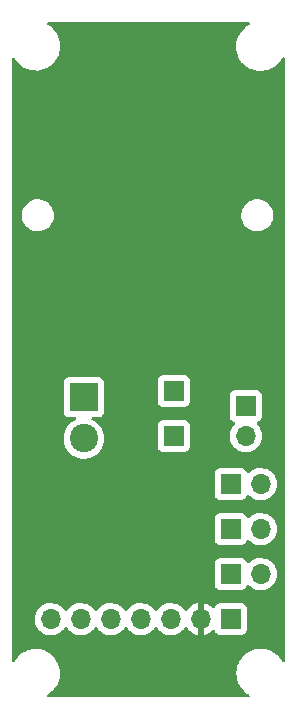
<source format=gbr>
%TF.GenerationSoftware,KiCad,Pcbnew,(6.0.7)*%
%TF.CreationDate,2022-11-28T20:00:57-08:00*%
%TF.ProjectId,max98357-amp,6d617839-3833-4353-972d-616d702e6b69,rev?*%
%TF.SameCoordinates,Original*%
%TF.FileFunction,Copper,L2,Bot*%
%TF.FilePolarity,Positive*%
%FSLAX46Y46*%
G04 Gerber Fmt 4.6, Leading zero omitted, Abs format (unit mm)*
G04 Created by KiCad (PCBNEW (6.0.7)) date 2022-11-28 20:00:57*
%MOMM*%
%LPD*%
G01*
G04 APERTURE LIST*
%TA.AperFunction,ComponentPad*%
%ADD10R,1.700000X1.700000*%
%TD*%
%TA.AperFunction,ComponentPad*%
%ADD11O,1.700000X1.700000*%
%TD*%
%TA.AperFunction,ComponentPad*%
%ADD12R,2.400000X2.400000*%
%TD*%
%TA.AperFunction,ComponentPad*%
%ADD13C,2.400000*%
%TD*%
%TA.AperFunction,ViaPad*%
%ADD14C,0.800000*%
%TD*%
G04 APERTURE END LIST*
D10*
%TO.P,J1,1,Pin_1*%
%TO.N,+3.3V*%
X146304000Y-119126000D03*
D11*
%TO.P,J1,2,Pin_2*%
%TO.N,GND*%
X143764000Y-119126000D03*
%TO.P,J1,3,Pin_3*%
%TO.N,/SD_MODE*%
X141224000Y-119126000D03*
%TO.P,J1,4,Pin_4*%
%TO.N,/GAIN*%
X138684000Y-119126000D03*
%TO.P,J1,5,Pin_5*%
%TO.N,/DIN*%
X136144000Y-119126000D03*
%TO.P,J1,6,Pin_6*%
%TO.N,/BCLK*%
X133604000Y-119126000D03*
%TO.P,J1,7,Pin_7*%
%TO.N,/LRCLK*%
X131064000Y-119126000D03*
%TD*%
D10*
%TO.P,J6,1,Pin_1*%
%TO.N,Net-(C4-Pad1)*%
X141478000Y-103632000D03*
%TD*%
%TO.P,J3,1,Pin_1*%
%TO.N,Net-(J3-Pad1)*%
X146304000Y-111506000D03*
D11*
%TO.P,J3,2,Pin_2*%
%TO.N,/SD_MODE*%
X148844000Y-111506000D03*
%TD*%
D12*
%TO.P,J7,1,Pin_1*%
%TO.N,Net-(C4-Pad1)*%
X133858000Y-100330000D03*
D13*
%TO.P,J7,2,Pin_2*%
%TO.N,Net-(C3-Pad1)*%
X133858000Y-103830000D03*
%TD*%
D10*
%TO.P,J5,1,Pin_1*%
%TO.N,Net-(C3-Pad1)*%
X141478000Y-99822000D03*
%TD*%
%TO.P,J2,1,Pin_1*%
%TO.N,+3.3V*%
X146304000Y-115316000D03*
D11*
%TO.P,J2,2,Pin_2*%
%TO.N,/SD_MODE*%
X148844000Y-115316000D03*
%TD*%
D10*
%TO.P,J8,1,Pin_1*%
%TO.N,Net-(J8-Pad1)*%
X147574000Y-101087000D03*
D11*
%TO.P,J8,2,Pin_2*%
%TO.N,Net-(C4-Pad1)*%
X147574000Y-103627000D03*
%TD*%
D10*
%TO.P,J4,1,Pin_1*%
%TO.N,Net-(J4-Pad1)*%
X146304000Y-107696000D03*
D11*
%TO.P,J4,2,Pin_2*%
%TO.N,/SD_MODE*%
X148844000Y-107696000D03*
%TD*%
D14*
%TO.N,GND*%
X129921000Y-115570000D03*
X133311000Y-113905000D03*
X139065000Y-111506000D03*
X136906000Y-111506000D03*
%TD*%
%TA.AperFunction,Conductor*%
%TO.N,GND*%
G36*
X147864392Y-68600502D02*
G01*
X147910885Y-68654158D01*
X147920989Y-68724432D01*
X147891495Y-68789012D01*
X147860978Y-68814615D01*
X147633423Y-68950803D01*
X147630080Y-68953481D01*
X147630076Y-68953484D01*
X147523223Y-69039091D01*
X147414353Y-69126312D01*
X147411406Y-69129418D01*
X147227047Y-69323692D01*
X147221128Y-69329929D01*
X147057325Y-69557885D01*
X146925975Y-69805962D01*
X146829508Y-70069571D01*
X146769709Y-70343832D01*
X146747685Y-70623672D01*
X146748092Y-70630736D01*
X146763844Y-70903912D01*
X146764669Y-70908119D01*
X146764670Y-70908124D01*
X146796232Y-71068992D01*
X146817886Y-71179365D01*
X146819273Y-71183416D01*
X146893315Y-71399675D01*
X146908811Y-71444936D01*
X146949001Y-71524845D01*
X147026513Y-71678960D01*
X147034937Y-71695710D01*
X147072925Y-71750983D01*
X147175742Y-71900583D01*
X147193930Y-71927047D01*
X147196817Y-71930220D01*
X147196818Y-71930221D01*
X147263426Y-72003422D01*
X147382848Y-72134665D01*
X147386137Y-72137415D01*
X147594903Y-72311971D01*
X147594908Y-72311975D01*
X147598195Y-72314723D01*
X147717091Y-72389306D01*
X147832347Y-72461606D01*
X147832351Y-72461608D01*
X147835987Y-72463889D01*
X147963905Y-72521647D01*
X148087910Y-72577638D01*
X148087914Y-72577640D01*
X148091822Y-72579404D01*
X148095942Y-72580624D01*
X148095941Y-72580624D01*
X148356855Y-72657910D01*
X148356859Y-72657911D01*
X148360968Y-72659128D01*
X148365202Y-72659776D01*
X148365207Y-72659777D01*
X148611955Y-72697535D01*
X148638443Y-72701588D01*
X148781358Y-72703833D01*
X148914823Y-72705930D01*
X148914829Y-72705930D01*
X148919114Y-72705997D01*
X149197786Y-72672274D01*
X149469303Y-72601043D01*
X149473263Y-72599403D01*
X149473268Y-72599401D01*
X149598971Y-72547333D01*
X149728640Y-72493622D01*
X149971000Y-72351998D01*
X150191896Y-72178793D01*
X150217542Y-72152329D01*
X150384260Y-71980289D01*
X150387243Y-71977211D01*
X150389776Y-71973763D01*
X150389780Y-71973758D01*
X150550886Y-71754438D01*
X150553424Y-71750983D01*
X150588280Y-71686786D01*
X150639036Y-71593306D01*
X150689119Y-71542984D01*
X150758457Y-71527728D01*
X150825036Y-71552381D01*
X150867718Y-71609115D01*
X150875767Y-71653428D01*
X150875518Y-120357181D01*
X150875506Y-122632967D01*
X150855504Y-122701087D01*
X150801848Y-122747580D01*
X150731574Y-122757683D01*
X150666993Y-122728190D01*
X150637540Y-122690756D01*
X150611047Y-122639427D01*
X150611047Y-122639426D01*
X150609082Y-122635620D01*
X150598807Y-122621000D01*
X150450139Y-122409467D01*
X150450134Y-122409461D01*
X150447675Y-122405962D01*
X150375758Y-122328570D01*
X150259514Y-122203476D01*
X150259511Y-122203473D01*
X150256593Y-122200333D01*
X150039372Y-122022540D01*
X149800032Y-121875872D01*
X149782482Y-121868168D01*
X149546929Y-121764767D01*
X149546926Y-121764766D01*
X149543001Y-121763043D01*
X149273035Y-121686141D01*
X149065232Y-121656567D01*
X148999382Y-121647195D01*
X148999380Y-121647195D01*
X148995130Y-121646590D01*
X148847218Y-121645815D01*
X148718715Y-121645142D01*
X148718708Y-121645142D01*
X148714429Y-121645120D01*
X148710185Y-121645679D01*
X148710181Y-121645679D01*
X148599732Y-121660220D01*
X148436125Y-121681759D01*
X148431985Y-121682892D01*
X148431983Y-121682892D01*
X148383828Y-121696066D01*
X148165369Y-121755830D01*
X148161421Y-121757514D01*
X147911123Y-121864275D01*
X147911119Y-121864277D01*
X147907171Y-121865961D01*
X147861631Y-121893216D01*
X147669989Y-122007910D01*
X147669985Y-122007913D01*
X147666307Y-122010114D01*
X147662964Y-122012792D01*
X147662960Y-122012795D01*
X147631949Y-122037640D01*
X147447237Y-122185623D01*
X147254012Y-122389240D01*
X147090209Y-122617196D01*
X146958859Y-122865273D01*
X146862392Y-123128882D01*
X146802593Y-123403143D01*
X146780569Y-123682983D01*
X146780976Y-123690047D01*
X146796728Y-123963223D01*
X146797553Y-123967430D01*
X146797554Y-123967435D01*
X146821224Y-124088079D01*
X146850770Y-124238676D01*
X146852157Y-124242727D01*
X146931369Y-124474086D01*
X146941695Y-124504247D01*
X147067821Y-124755021D01*
X147226814Y-124986358D01*
X147415732Y-125193976D01*
X147419021Y-125196726D01*
X147627787Y-125371282D01*
X147627792Y-125371286D01*
X147631079Y-125374034D01*
X147718019Y-125428571D01*
X147837235Y-125503355D01*
X147884313Y-125556498D01*
X147895185Y-125626657D01*
X147866401Y-125691557D01*
X147807099Y-125730592D01*
X147770279Y-125736092D01*
X130874188Y-125736092D01*
X130806067Y-125716090D01*
X130759574Y-125662434D01*
X130749470Y-125592160D01*
X130778964Y-125527580D01*
X130810617Y-125501304D01*
X130828925Y-125490605D01*
X130938784Y-125426409D01*
X131159680Y-125253204D01*
X131355027Y-125051622D01*
X131357560Y-125048174D01*
X131357564Y-125048169D01*
X131518670Y-124828849D01*
X131521208Y-124825394D01*
X131572732Y-124730499D01*
X131653099Y-124582482D01*
X131653100Y-124582480D01*
X131655149Y-124578706D01*
X131745620Y-124339281D01*
X131752853Y-124320140D01*
X131752854Y-124320136D01*
X131754371Y-124316122D01*
X131803141Y-124103179D01*
X131816080Y-124046685D01*
X131816081Y-124046681D01*
X131817038Y-124042501D01*
X131818718Y-124023683D01*
X131841771Y-123765374D01*
X131841771Y-123765372D01*
X131841991Y-123762908D01*
X131842331Y-123730521D01*
X131842418Y-123722176D01*
X131842418Y-123722175D01*
X131842444Y-123719692D01*
X131842016Y-123713408D01*
X131823644Y-123443914D01*
X131823643Y-123443908D01*
X131823352Y-123439637D01*
X131815795Y-123403143D01*
X131767297Y-123168961D01*
X131766428Y-123164764D01*
X131672727Y-122900160D01*
X131664934Y-122885060D01*
X131545947Y-122654527D01*
X131545947Y-122654526D01*
X131543982Y-122650720D01*
X131533703Y-122636094D01*
X131385039Y-122424567D01*
X131385034Y-122424561D01*
X131382575Y-122421062D01*
X131191493Y-122215433D01*
X130974272Y-122037640D01*
X130734932Y-121890972D01*
X130717382Y-121883268D01*
X130481829Y-121779867D01*
X130481826Y-121779866D01*
X130477901Y-121778143D01*
X130207935Y-121701241D01*
X130000132Y-121671667D01*
X129934282Y-121662295D01*
X129934280Y-121662295D01*
X129930030Y-121661690D01*
X129782118Y-121660915D01*
X129653615Y-121660242D01*
X129653608Y-121660242D01*
X129649329Y-121660220D01*
X129645085Y-121660779D01*
X129645081Y-121660779D01*
X129522996Y-121676852D01*
X129371025Y-121696859D01*
X129366885Y-121697992D01*
X129366883Y-121697992D01*
X129318728Y-121711166D01*
X129100269Y-121770930D01*
X129096321Y-121772614D01*
X128846023Y-121879375D01*
X128846019Y-121879377D01*
X128842071Y-121881061D01*
X128720500Y-121953819D01*
X128604889Y-122023010D01*
X128604885Y-122023013D01*
X128601207Y-122025214D01*
X128597864Y-122027892D01*
X128597860Y-122027895D01*
X128491007Y-122113502D01*
X128382137Y-122200723D01*
X128267713Y-122321301D01*
X128206192Y-122386131D01*
X128188912Y-122404340D01*
X128025109Y-122632296D01*
X128023098Y-122636093D01*
X128023098Y-122636094D01*
X127999859Y-122679985D01*
X127950306Y-122730828D01*
X127881131Y-122746809D01*
X127814298Y-122722855D01*
X127771025Y-122666570D01*
X127762505Y-122621024D01*
X127762506Y-122617196D01*
X127762524Y-119092695D01*
X129701251Y-119092695D01*
X129714110Y-119315715D01*
X129715247Y-119320761D01*
X129715248Y-119320767D01*
X129736275Y-119414069D01*
X129763222Y-119533639D01*
X129847266Y-119740616D01*
X129898942Y-119824944D01*
X129961291Y-119926688D01*
X129963987Y-119931088D01*
X130110250Y-120099938D01*
X130282126Y-120242632D01*
X130475000Y-120355338D01*
X130683692Y-120435030D01*
X130688760Y-120436061D01*
X130688763Y-120436062D01*
X130783862Y-120455410D01*
X130902597Y-120479567D01*
X130907772Y-120479757D01*
X130907774Y-120479757D01*
X131120673Y-120487564D01*
X131120677Y-120487564D01*
X131125837Y-120487753D01*
X131130957Y-120487097D01*
X131130959Y-120487097D01*
X131342288Y-120460025D01*
X131342289Y-120460025D01*
X131347416Y-120459368D01*
X131352366Y-120457883D01*
X131556429Y-120396661D01*
X131556434Y-120396659D01*
X131561384Y-120395174D01*
X131761994Y-120296896D01*
X131943860Y-120167173D01*
X132102096Y-120009489D01*
X132161594Y-119926689D01*
X132232453Y-119828077D01*
X132233776Y-119829028D01*
X132280645Y-119785857D01*
X132350580Y-119773625D01*
X132416026Y-119801144D01*
X132443875Y-119832994D01*
X132503987Y-119931088D01*
X132650250Y-120099938D01*
X132822126Y-120242632D01*
X133015000Y-120355338D01*
X133223692Y-120435030D01*
X133228760Y-120436061D01*
X133228763Y-120436062D01*
X133323862Y-120455410D01*
X133442597Y-120479567D01*
X133447772Y-120479757D01*
X133447774Y-120479757D01*
X133660673Y-120487564D01*
X133660677Y-120487564D01*
X133665837Y-120487753D01*
X133670957Y-120487097D01*
X133670959Y-120487097D01*
X133882288Y-120460025D01*
X133882289Y-120460025D01*
X133887416Y-120459368D01*
X133892366Y-120457883D01*
X134096429Y-120396661D01*
X134096434Y-120396659D01*
X134101384Y-120395174D01*
X134301994Y-120296896D01*
X134483860Y-120167173D01*
X134642096Y-120009489D01*
X134701594Y-119926689D01*
X134772453Y-119828077D01*
X134773776Y-119829028D01*
X134820645Y-119785857D01*
X134890580Y-119773625D01*
X134956026Y-119801144D01*
X134983875Y-119832994D01*
X135043987Y-119931088D01*
X135190250Y-120099938D01*
X135362126Y-120242632D01*
X135555000Y-120355338D01*
X135763692Y-120435030D01*
X135768760Y-120436061D01*
X135768763Y-120436062D01*
X135863862Y-120455410D01*
X135982597Y-120479567D01*
X135987772Y-120479757D01*
X135987774Y-120479757D01*
X136200673Y-120487564D01*
X136200677Y-120487564D01*
X136205837Y-120487753D01*
X136210957Y-120487097D01*
X136210959Y-120487097D01*
X136422288Y-120460025D01*
X136422289Y-120460025D01*
X136427416Y-120459368D01*
X136432366Y-120457883D01*
X136636429Y-120396661D01*
X136636434Y-120396659D01*
X136641384Y-120395174D01*
X136841994Y-120296896D01*
X137023860Y-120167173D01*
X137182096Y-120009489D01*
X137241594Y-119926689D01*
X137312453Y-119828077D01*
X137313776Y-119829028D01*
X137360645Y-119785857D01*
X137430580Y-119773625D01*
X137496026Y-119801144D01*
X137523875Y-119832994D01*
X137583987Y-119931088D01*
X137730250Y-120099938D01*
X137902126Y-120242632D01*
X138095000Y-120355338D01*
X138303692Y-120435030D01*
X138308760Y-120436061D01*
X138308763Y-120436062D01*
X138403862Y-120455410D01*
X138522597Y-120479567D01*
X138527772Y-120479757D01*
X138527774Y-120479757D01*
X138740673Y-120487564D01*
X138740677Y-120487564D01*
X138745837Y-120487753D01*
X138750957Y-120487097D01*
X138750959Y-120487097D01*
X138962288Y-120460025D01*
X138962289Y-120460025D01*
X138967416Y-120459368D01*
X138972366Y-120457883D01*
X139176429Y-120396661D01*
X139176434Y-120396659D01*
X139181384Y-120395174D01*
X139381994Y-120296896D01*
X139563860Y-120167173D01*
X139722096Y-120009489D01*
X139781594Y-119926689D01*
X139852453Y-119828077D01*
X139853776Y-119829028D01*
X139900645Y-119785857D01*
X139970580Y-119773625D01*
X140036026Y-119801144D01*
X140063875Y-119832994D01*
X140123987Y-119931088D01*
X140270250Y-120099938D01*
X140442126Y-120242632D01*
X140635000Y-120355338D01*
X140843692Y-120435030D01*
X140848760Y-120436061D01*
X140848763Y-120436062D01*
X140943862Y-120455410D01*
X141062597Y-120479567D01*
X141067772Y-120479757D01*
X141067774Y-120479757D01*
X141280673Y-120487564D01*
X141280677Y-120487564D01*
X141285837Y-120487753D01*
X141290957Y-120487097D01*
X141290959Y-120487097D01*
X141502288Y-120460025D01*
X141502289Y-120460025D01*
X141507416Y-120459368D01*
X141512366Y-120457883D01*
X141716429Y-120396661D01*
X141716434Y-120396659D01*
X141721384Y-120395174D01*
X141921994Y-120296896D01*
X142103860Y-120167173D01*
X142262096Y-120009489D01*
X142321594Y-119926689D01*
X142392453Y-119828077D01*
X142393640Y-119828930D01*
X142440960Y-119785362D01*
X142510897Y-119773145D01*
X142576338Y-119800678D01*
X142604166Y-119832511D01*
X142661694Y-119926388D01*
X142667777Y-119934699D01*
X142807213Y-120095667D01*
X142814580Y-120102883D01*
X142978434Y-120238916D01*
X142986881Y-120244831D01*
X143170756Y-120352279D01*
X143180042Y-120356729D01*
X143379001Y-120432703D01*
X143388899Y-120435579D01*
X143492250Y-120456606D01*
X143506299Y-120455410D01*
X143510000Y-120445065D01*
X143510000Y-120444517D01*
X144018000Y-120444517D01*
X144022064Y-120458359D01*
X144035478Y-120460393D01*
X144042184Y-120459534D01*
X144052262Y-120457392D01*
X144256255Y-120396191D01*
X144265842Y-120392433D01*
X144457095Y-120298739D01*
X144465945Y-120293464D01*
X144639328Y-120169792D01*
X144647193Y-120163145D01*
X144751897Y-120058805D01*
X144814268Y-120024889D01*
X144885075Y-120030077D01*
X144941837Y-120072723D01*
X144958819Y-120103826D01*
X145003385Y-120222705D01*
X145090739Y-120339261D01*
X145207295Y-120426615D01*
X145343684Y-120477745D01*
X145405866Y-120484500D01*
X147202134Y-120484500D01*
X147264316Y-120477745D01*
X147400705Y-120426615D01*
X147517261Y-120339261D01*
X147604615Y-120222705D01*
X147655745Y-120086316D01*
X147662500Y-120024134D01*
X147662500Y-118227866D01*
X147655745Y-118165684D01*
X147604615Y-118029295D01*
X147517261Y-117912739D01*
X147400705Y-117825385D01*
X147264316Y-117774255D01*
X147202134Y-117767500D01*
X145405866Y-117767500D01*
X145343684Y-117774255D01*
X145207295Y-117825385D01*
X145090739Y-117912739D01*
X145003385Y-118029295D01*
X145000233Y-118037703D01*
X145000232Y-118037705D01*
X144958722Y-118148433D01*
X144916081Y-118205198D01*
X144849519Y-118229898D01*
X144780170Y-118214691D01*
X144747546Y-118189004D01*
X144696799Y-118133234D01*
X144689273Y-118126215D01*
X144522139Y-117994222D01*
X144513552Y-117988517D01*
X144327117Y-117885599D01*
X144317705Y-117881369D01*
X144116959Y-117810280D01*
X144106988Y-117807646D01*
X144035837Y-117794972D01*
X144022540Y-117796432D01*
X144018000Y-117810989D01*
X144018000Y-120444517D01*
X143510000Y-120444517D01*
X143510000Y-117809102D01*
X143506082Y-117795758D01*
X143491806Y-117793771D01*
X143453324Y-117799660D01*
X143443288Y-117802051D01*
X143240868Y-117868212D01*
X143231359Y-117872209D01*
X143042463Y-117970542D01*
X143033738Y-117976036D01*
X142863433Y-118103905D01*
X142855726Y-118110748D01*
X142708590Y-118264717D01*
X142702109Y-118272722D01*
X142597498Y-118426074D01*
X142542587Y-118471076D01*
X142472062Y-118479247D01*
X142408315Y-118447993D01*
X142387618Y-118423509D01*
X142306822Y-118298617D01*
X142306820Y-118298614D01*
X142304014Y-118294277D01*
X142153670Y-118129051D01*
X142149619Y-118125852D01*
X142149615Y-118125848D01*
X141982414Y-117993800D01*
X141982410Y-117993798D01*
X141978359Y-117990598D01*
X141942028Y-117970542D01*
X141926136Y-117961769D01*
X141782789Y-117882638D01*
X141777920Y-117880914D01*
X141777916Y-117880912D01*
X141577087Y-117809795D01*
X141577083Y-117809794D01*
X141572212Y-117808069D01*
X141567119Y-117807162D01*
X141567116Y-117807161D01*
X141357373Y-117769800D01*
X141357367Y-117769799D01*
X141352284Y-117768894D01*
X141278452Y-117767992D01*
X141134081Y-117766228D01*
X141134079Y-117766228D01*
X141128911Y-117766165D01*
X140908091Y-117799955D01*
X140695756Y-117869357D01*
X140497607Y-117972507D01*
X140493474Y-117975610D01*
X140493471Y-117975612D01*
X140410771Y-118037705D01*
X140318965Y-118106635D01*
X140164629Y-118268138D01*
X140057201Y-118425621D01*
X140002293Y-118470621D01*
X139931768Y-118478792D01*
X139868021Y-118447538D01*
X139847324Y-118423054D01*
X139766822Y-118298617D01*
X139766820Y-118298614D01*
X139764014Y-118294277D01*
X139613670Y-118129051D01*
X139609619Y-118125852D01*
X139609615Y-118125848D01*
X139442414Y-117993800D01*
X139442410Y-117993798D01*
X139438359Y-117990598D01*
X139402028Y-117970542D01*
X139386136Y-117961769D01*
X139242789Y-117882638D01*
X139237920Y-117880914D01*
X139237916Y-117880912D01*
X139037087Y-117809795D01*
X139037083Y-117809794D01*
X139032212Y-117808069D01*
X139027119Y-117807162D01*
X139027116Y-117807161D01*
X138817373Y-117769800D01*
X138817367Y-117769799D01*
X138812284Y-117768894D01*
X138738452Y-117767992D01*
X138594081Y-117766228D01*
X138594079Y-117766228D01*
X138588911Y-117766165D01*
X138368091Y-117799955D01*
X138155756Y-117869357D01*
X137957607Y-117972507D01*
X137953474Y-117975610D01*
X137953471Y-117975612D01*
X137870771Y-118037705D01*
X137778965Y-118106635D01*
X137624629Y-118268138D01*
X137517201Y-118425621D01*
X137462293Y-118470621D01*
X137391768Y-118478792D01*
X137328021Y-118447538D01*
X137307324Y-118423054D01*
X137226822Y-118298617D01*
X137226820Y-118298614D01*
X137224014Y-118294277D01*
X137073670Y-118129051D01*
X137069619Y-118125852D01*
X137069615Y-118125848D01*
X136902414Y-117993800D01*
X136902410Y-117993798D01*
X136898359Y-117990598D01*
X136862028Y-117970542D01*
X136846136Y-117961769D01*
X136702789Y-117882638D01*
X136697920Y-117880914D01*
X136697916Y-117880912D01*
X136497087Y-117809795D01*
X136497083Y-117809794D01*
X136492212Y-117808069D01*
X136487119Y-117807162D01*
X136487116Y-117807161D01*
X136277373Y-117769800D01*
X136277367Y-117769799D01*
X136272284Y-117768894D01*
X136198452Y-117767992D01*
X136054081Y-117766228D01*
X136054079Y-117766228D01*
X136048911Y-117766165D01*
X135828091Y-117799955D01*
X135615756Y-117869357D01*
X135417607Y-117972507D01*
X135413474Y-117975610D01*
X135413471Y-117975612D01*
X135330771Y-118037705D01*
X135238965Y-118106635D01*
X135084629Y-118268138D01*
X134977201Y-118425621D01*
X134922293Y-118470621D01*
X134851768Y-118478792D01*
X134788021Y-118447538D01*
X134767324Y-118423054D01*
X134686822Y-118298617D01*
X134686820Y-118298614D01*
X134684014Y-118294277D01*
X134533670Y-118129051D01*
X134529619Y-118125852D01*
X134529615Y-118125848D01*
X134362414Y-117993800D01*
X134362410Y-117993798D01*
X134358359Y-117990598D01*
X134322028Y-117970542D01*
X134306136Y-117961769D01*
X134162789Y-117882638D01*
X134157920Y-117880914D01*
X134157916Y-117880912D01*
X133957087Y-117809795D01*
X133957083Y-117809794D01*
X133952212Y-117808069D01*
X133947119Y-117807162D01*
X133947116Y-117807161D01*
X133737373Y-117769800D01*
X133737367Y-117769799D01*
X133732284Y-117768894D01*
X133658452Y-117767992D01*
X133514081Y-117766228D01*
X133514079Y-117766228D01*
X133508911Y-117766165D01*
X133288091Y-117799955D01*
X133075756Y-117869357D01*
X132877607Y-117972507D01*
X132873474Y-117975610D01*
X132873471Y-117975612D01*
X132790771Y-118037705D01*
X132698965Y-118106635D01*
X132544629Y-118268138D01*
X132437201Y-118425621D01*
X132382293Y-118470621D01*
X132311768Y-118478792D01*
X132248021Y-118447538D01*
X132227324Y-118423054D01*
X132146822Y-118298617D01*
X132146820Y-118298614D01*
X132144014Y-118294277D01*
X131993670Y-118129051D01*
X131989619Y-118125852D01*
X131989615Y-118125848D01*
X131822414Y-117993800D01*
X131822410Y-117993798D01*
X131818359Y-117990598D01*
X131782028Y-117970542D01*
X131766136Y-117961769D01*
X131622789Y-117882638D01*
X131617920Y-117880914D01*
X131617916Y-117880912D01*
X131417087Y-117809795D01*
X131417083Y-117809794D01*
X131412212Y-117808069D01*
X131407119Y-117807162D01*
X131407116Y-117807161D01*
X131197373Y-117769800D01*
X131197367Y-117769799D01*
X131192284Y-117768894D01*
X131118452Y-117767992D01*
X130974081Y-117766228D01*
X130974079Y-117766228D01*
X130968911Y-117766165D01*
X130748091Y-117799955D01*
X130535756Y-117869357D01*
X130337607Y-117972507D01*
X130333474Y-117975610D01*
X130333471Y-117975612D01*
X130250771Y-118037705D01*
X130158965Y-118106635D01*
X130004629Y-118268138D01*
X129878743Y-118452680D01*
X129784688Y-118655305D01*
X129724989Y-118870570D01*
X129701251Y-119092695D01*
X127762524Y-119092695D01*
X127762539Y-116214134D01*
X144945500Y-116214134D01*
X144952255Y-116276316D01*
X145003385Y-116412705D01*
X145090739Y-116529261D01*
X145207295Y-116616615D01*
X145343684Y-116667745D01*
X145405866Y-116674500D01*
X147202134Y-116674500D01*
X147264316Y-116667745D01*
X147400705Y-116616615D01*
X147517261Y-116529261D01*
X147604615Y-116412705D01*
X147626799Y-116353529D01*
X147648598Y-116295382D01*
X147691240Y-116238618D01*
X147757802Y-116213918D01*
X147827150Y-116229126D01*
X147861817Y-116257114D01*
X147890250Y-116289938D01*
X148062126Y-116432632D01*
X148255000Y-116545338D01*
X148463692Y-116625030D01*
X148468760Y-116626061D01*
X148468763Y-116626062D01*
X148576017Y-116647883D01*
X148682597Y-116669567D01*
X148687772Y-116669757D01*
X148687774Y-116669757D01*
X148900673Y-116677564D01*
X148900677Y-116677564D01*
X148905837Y-116677753D01*
X148910957Y-116677097D01*
X148910959Y-116677097D01*
X149122288Y-116650025D01*
X149122289Y-116650025D01*
X149127416Y-116649368D01*
X149132366Y-116647883D01*
X149336429Y-116586661D01*
X149336434Y-116586659D01*
X149341384Y-116585174D01*
X149541994Y-116486896D01*
X149723860Y-116357173D01*
X149882096Y-116199489D01*
X150012453Y-116018077D01*
X150111430Y-115817811D01*
X150176370Y-115604069D01*
X150205529Y-115382590D01*
X150207156Y-115316000D01*
X150188852Y-115093361D01*
X150134431Y-114876702D01*
X150045354Y-114671840D01*
X149924014Y-114484277D01*
X149773670Y-114319051D01*
X149769619Y-114315852D01*
X149769615Y-114315848D01*
X149602414Y-114183800D01*
X149602410Y-114183798D01*
X149598359Y-114180598D01*
X149402789Y-114072638D01*
X149397920Y-114070914D01*
X149397916Y-114070912D01*
X149197087Y-113999795D01*
X149197083Y-113999794D01*
X149192212Y-113998069D01*
X149187119Y-113997162D01*
X149187116Y-113997161D01*
X148977373Y-113959800D01*
X148977367Y-113959799D01*
X148972284Y-113958894D01*
X148898452Y-113957992D01*
X148754081Y-113956228D01*
X148754079Y-113956228D01*
X148748911Y-113956165D01*
X148528091Y-113989955D01*
X148315756Y-114059357D01*
X148117607Y-114162507D01*
X148113474Y-114165610D01*
X148113471Y-114165612D01*
X147943100Y-114293530D01*
X147938965Y-114296635D01*
X147882537Y-114355684D01*
X147858283Y-114381064D01*
X147796759Y-114416494D01*
X147725846Y-114413037D01*
X147668060Y-114371791D01*
X147649207Y-114338243D01*
X147607767Y-114227703D01*
X147604615Y-114219295D01*
X147517261Y-114102739D01*
X147400705Y-114015385D01*
X147264316Y-113964255D01*
X147202134Y-113957500D01*
X145405866Y-113957500D01*
X145343684Y-113964255D01*
X145207295Y-114015385D01*
X145090739Y-114102739D01*
X145003385Y-114219295D01*
X144952255Y-114355684D01*
X144945500Y-114417866D01*
X144945500Y-116214134D01*
X127762539Y-116214134D01*
X127762558Y-112404134D01*
X144945500Y-112404134D01*
X144952255Y-112466316D01*
X145003385Y-112602705D01*
X145090739Y-112719261D01*
X145207295Y-112806615D01*
X145343684Y-112857745D01*
X145405866Y-112864500D01*
X147202134Y-112864500D01*
X147264316Y-112857745D01*
X147400705Y-112806615D01*
X147517261Y-112719261D01*
X147604615Y-112602705D01*
X147626799Y-112543529D01*
X147648598Y-112485382D01*
X147691240Y-112428618D01*
X147757802Y-112403918D01*
X147827150Y-112419126D01*
X147861817Y-112447114D01*
X147890250Y-112479938D01*
X148062126Y-112622632D01*
X148255000Y-112735338D01*
X148463692Y-112815030D01*
X148468760Y-112816061D01*
X148468763Y-112816062D01*
X148576017Y-112837883D01*
X148682597Y-112859567D01*
X148687772Y-112859757D01*
X148687774Y-112859757D01*
X148900673Y-112867564D01*
X148900677Y-112867564D01*
X148905837Y-112867753D01*
X148910957Y-112867097D01*
X148910959Y-112867097D01*
X149122288Y-112840025D01*
X149122289Y-112840025D01*
X149127416Y-112839368D01*
X149132366Y-112837883D01*
X149336429Y-112776661D01*
X149336434Y-112776659D01*
X149341384Y-112775174D01*
X149541994Y-112676896D01*
X149723860Y-112547173D01*
X149882096Y-112389489D01*
X150012453Y-112208077D01*
X150111430Y-112007811D01*
X150176370Y-111794069D01*
X150205529Y-111572590D01*
X150207156Y-111506000D01*
X150188852Y-111283361D01*
X150134431Y-111066702D01*
X150045354Y-110861840D01*
X149924014Y-110674277D01*
X149773670Y-110509051D01*
X149769619Y-110505852D01*
X149769615Y-110505848D01*
X149602414Y-110373800D01*
X149602410Y-110373798D01*
X149598359Y-110370598D01*
X149402789Y-110262638D01*
X149397920Y-110260914D01*
X149397916Y-110260912D01*
X149197087Y-110189795D01*
X149197083Y-110189794D01*
X149192212Y-110188069D01*
X149187119Y-110187162D01*
X149187116Y-110187161D01*
X148977373Y-110149800D01*
X148977367Y-110149799D01*
X148972284Y-110148894D01*
X148898452Y-110147992D01*
X148754081Y-110146228D01*
X148754079Y-110146228D01*
X148748911Y-110146165D01*
X148528091Y-110179955D01*
X148315756Y-110249357D01*
X148117607Y-110352507D01*
X148113474Y-110355610D01*
X148113471Y-110355612D01*
X147943100Y-110483530D01*
X147938965Y-110486635D01*
X147882537Y-110545684D01*
X147858283Y-110571064D01*
X147796759Y-110606494D01*
X147725846Y-110603037D01*
X147668060Y-110561791D01*
X147649207Y-110528243D01*
X147607767Y-110417703D01*
X147604615Y-110409295D01*
X147517261Y-110292739D01*
X147400705Y-110205385D01*
X147264316Y-110154255D01*
X147202134Y-110147500D01*
X145405866Y-110147500D01*
X145343684Y-110154255D01*
X145207295Y-110205385D01*
X145090739Y-110292739D01*
X145003385Y-110409295D01*
X144952255Y-110545684D01*
X144945500Y-110607866D01*
X144945500Y-112404134D01*
X127762558Y-112404134D01*
X127762577Y-108594134D01*
X144945500Y-108594134D01*
X144952255Y-108656316D01*
X145003385Y-108792705D01*
X145090739Y-108909261D01*
X145207295Y-108996615D01*
X145343684Y-109047745D01*
X145405866Y-109054500D01*
X147202134Y-109054500D01*
X147264316Y-109047745D01*
X147400705Y-108996615D01*
X147517261Y-108909261D01*
X147604615Y-108792705D01*
X147626799Y-108733529D01*
X147648598Y-108675382D01*
X147691240Y-108618618D01*
X147757802Y-108593918D01*
X147827150Y-108609126D01*
X147861817Y-108637114D01*
X147890250Y-108669938D01*
X148062126Y-108812632D01*
X148255000Y-108925338D01*
X148463692Y-109005030D01*
X148468760Y-109006061D01*
X148468763Y-109006062D01*
X148576017Y-109027883D01*
X148682597Y-109049567D01*
X148687772Y-109049757D01*
X148687774Y-109049757D01*
X148900673Y-109057564D01*
X148900677Y-109057564D01*
X148905837Y-109057753D01*
X148910957Y-109057097D01*
X148910959Y-109057097D01*
X149122288Y-109030025D01*
X149122289Y-109030025D01*
X149127416Y-109029368D01*
X149132366Y-109027883D01*
X149336429Y-108966661D01*
X149336434Y-108966659D01*
X149341384Y-108965174D01*
X149541994Y-108866896D01*
X149723860Y-108737173D01*
X149882096Y-108579489D01*
X150012453Y-108398077D01*
X150111430Y-108197811D01*
X150176370Y-107984069D01*
X150205529Y-107762590D01*
X150207156Y-107696000D01*
X150188852Y-107473361D01*
X150134431Y-107256702D01*
X150045354Y-107051840D01*
X149924014Y-106864277D01*
X149773670Y-106699051D01*
X149769619Y-106695852D01*
X149769615Y-106695848D01*
X149602414Y-106563800D01*
X149602410Y-106563798D01*
X149598359Y-106560598D01*
X149402789Y-106452638D01*
X149397920Y-106450914D01*
X149397916Y-106450912D01*
X149197087Y-106379795D01*
X149197083Y-106379794D01*
X149192212Y-106378069D01*
X149187119Y-106377162D01*
X149187116Y-106377161D01*
X148977373Y-106339800D01*
X148977367Y-106339799D01*
X148972284Y-106338894D01*
X148898452Y-106337992D01*
X148754081Y-106336228D01*
X148754079Y-106336228D01*
X148748911Y-106336165D01*
X148528091Y-106369955D01*
X148315756Y-106439357D01*
X148117607Y-106542507D01*
X148113474Y-106545610D01*
X148113471Y-106545612D01*
X147943100Y-106673530D01*
X147938965Y-106676635D01*
X147882537Y-106735684D01*
X147858283Y-106761064D01*
X147796759Y-106796494D01*
X147725846Y-106793037D01*
X147668060Y-106751791D01*
X147649207Y-106718243D01*
X147607767Y-106607703D01*
X147604615Y-106599295D01*
X147517261Y-106482739D01*
X147400705Y-106395385D01*
X147264316Y-106344255D01*
X147202134Y-106337500D01*
X145405866Y-106337500D01*
X145343684Y-106344255D01*
X145207295Y-106395385D01*
X145090739Y-106482739D01*
X145003385Y-106599295D01*
X144952255Y-106735684D01*
X144945500Y-106797866D01*
X144945500Y-108594134D01*
X127762577Y-108594134D01*
X127762602Y-103785151D01*
X132145296Y-103785151D01*
X132157480Y-104038798D01*
X132207021Y-104287857D01*
X132208600Y-104292255D01*
X132208602Y-104292262D01*
X132253022Y-104415980D01*
X132292831Y-104526858D01*
X132295048Y-104530984D01*
X132410710Y-104746242D01*
X132413025Y-104750551D01*
X132415820Y-104754294D01*
X132415822Y-104754297D01*
X132562171Y-104950282D01*
X132562176Y-104950288D01*
X132564963Y-104954020D01*
X132568272Y-104957300D01*
X132568277Y-104957306D01*
X132666859Y-105055031D01*
X132745307Y-105132797D01*
X132749069Y-105135555D01*
X132749072Y-105135558D01*
X132854764Y-105213054D01*
X132950094Y-105282953D01*
X132954229Y-105285129D01*
X132954233Y-105285131D01*
X133072289Y-105347243D01*
X133174827Y-105401191D01*
X133414568Y-105484912D01*
X133664050Y-105532278D01*
X133784532Y-105537011D01*
X133913125Y-105542064D01*
X133913130Y-105542064D01*
X133917793Y-105542247D01*
X134016774Y-105531407D01*
X134165569Y-105515112D01*
X134165575Y-105515111D01*
X134170222Y-105514602D01*
X134279680Y-105485784D01*
X134411273Y-105451138D01*
X134415793Y-105449948D01*
X134534353Y-105399011D01*
X134644807Y-105351557D01*
X134644810Y-105351555D01*
X134649110Y-105349708D01*
X134653090Y-105347245D01*
X134653094Y-105347243D01*
X134861064Y-105218547D01*
X134861066Y-105218545D01*
X134865047Y-105216082D01*
X134963428Y-105132797D01*
X135055289Y-105055031D01*
X135055291Y-105055029D01*
X135058862Y-105052006D01*
X135226295Y-104861084D01*
X135265475Y-104800173D01*
X135361141Y-104651442D01*
X135363669Y-104647512D01*
X135416544Y-104530134D01*
X140119500Y-104530134D01*
X140126255Y-104592316D01*
X140177385Y-104728705D01*
X140264739Y-104845261D01*
X140381295Y-104932615D01*
X140517684Y-104983745D01*
X140579866Y-104990500D01*
X142376134Y-104990500D01*
X142438316Y-104983745D01*
X142574705Y-104932615D01*
X142691261Y-104845261D01*
X142778615Y-104728705D01*
X142829745Y-104592316D01*
X142836500Y-104530134D01*
X142836500Y-103593695D01*
X146211251Y-103593695D01*
X146211548Y-103598848D01*
X146211548Y-103598851D01*
X146217011Y-103693590D01*
X146224110Y-103816715D01*
X146225247Y-103821761D01*
X146225248Y-103821767D01*
X146227816Y-103833160D01*
X146273222Y-104034639D01*
X146357266Y-104241616D01*
X146473987Y-104432088D01*
X146620250Y-104600938D01*
X146792126Y-104743632D01*
X146985000Y-104856338D01*
X146989825Y-104858180D01*
X146989826Y-104858181D01*
X147006628Y-104864597D01*
X147193692Y-104936030D01*
X147198760Y-104937061D01*
X147198763Y-104937062D01*
X147263742Y-104950282D01*
X147412597Y-104980567D01*
X147417772Y-104980757D01*
X147417774Y-104980757D01*
X147630673Y-104988564D01*
X147630677Y-104988564D01*
X147635837Y-104988753D01*
X147640957Y-104988097D01*
X147640959Y-104988097D01*
X147852288Y-104961025D01*
X147852289Y-104961025D01*
X147857416Y-104960368D01*
X147878575Y-104954020D01*
X148066429Y-104897661D01*
X148066434Y-104897659D01*
X148071384Y-104896174D01*
X148271994Y-104797896D01*
X148453860Y-104668173D01*
X148474594Y-104647512D01*
X148608435Y-104514137D01*
X148612096Y-104510489D01*
X148671594Y-104427689D01*
X148739435Y-104333277D01*
X148742453Y-104329077D01*
X148841430Y-104128811D01*
X148906370Y-103915069D01*
X148935529Y-103693590D01*
X148937156Y-103627000D01*
X148918852Y-103404361D01*
X148864431Y-103187702D01*
X148775354Y-102982840D01*
X148654014Y-102795277D01*
X148650532Y-102791450D01*
X148506798Y-102633488D01*
X148475746Y-102569642D01*
X148484141Y-102499143D01*
X148529317Y-102444375D01*
X148555761Y-102430706D01*
X148662297Y-102390767D01*
X148670705Y-102387615D01*
X148787261Y-102300261D01*
X148874615Y-102183705D01*
X148925745Y-102047316D01*
X148932500Y-101985134D01*
X148932500Y-100188866D01*
X148925745Y-100126684D01*
X148874615Y-99990295D01*
X148787261Y-99873739D01*
X148670705Y-99786385D01*
X148534316Y-99735255D01*
X148472134Y-99728500D01*
X146675866Y-99728500D01*
X146613684Y-99735255D01*
X146477295Y-99786385D01*
X146360739Y-99873739D01*
X146273385Y-99990295D01*
X146222255Y-100126684D01*
X146215500Y-100188866D01*
X146215500Y-101985134D01*
X146222255Y-102047316D01*
X146273385Y-102183705D01*
X146360739Y-102300261D01*
X146477295Y-102387615D01*
X146485704Y-102390767D01*
X146485705Y-102390768D01*
X146594451Y-102431535D01*
X146651216Y-102474176D01*
X146675916Y-102540738D01*
X146660709Y-102610087D01*
X146641316Y-102636568D01*
X146514629Y-102769138D01*
X146388743Y-102953680D01*
X146294688Y-103156305D01*
X146234989Y-103371570D01*
X146211251Y-103593695D01*
X142836500Y-103593695D01*
X142836500Y-102733866D01*
X142829745Y-102671684D01*
X142778615Y-102535295D01*
X142691261Y-102418739D01*
X142574705Y-102331385D01*
X142438316Y-102280255D01*
X142376134Y-102273500D01*
X140579866Y-102273500D01*
X140517684Y-102280255D01*
X140381295Y-102331385D01*
X140264739Y-102418739D01*
X140177385Y-102535295D01*
X140126255Y-102671684D01*
X140119500Y-102733866D01*
X140119500Y-104530134D01*
X135416544Y-104530134D01*
X135467967Y-104415980D01*
X135536896Y-104171575D01*
X135568943Y-103919667D01*
X135569064Y-103915069D01*
X135571208Y-103833160D01*
X135571291Y-103830000D01*
X135556206Y-103627000D01*
X135552818Y-103581411D01*
X135552817Y-103581407D01*
X135552472Y-103576759D01*
X135496428Y-103329082D01*
X135443400Y-103192720D01*
X135406084Y-103096762D01*
X135406083Y-103096760D01*
X135404391Y-103092409D01*
X135383866Y-103056498D01*
X135280702Y-102875997D01*
X135280700Y-102875995D01*
X135278383Y-102871940D01*
X135121171Y-102672517D01*
X134936209Y-102498523D01*
X134780879Y-102390767D01*
X134731393Y-102356437D01*
X134731390Y-102356435D01*
X134727561Y-102353779D01*
X134723376Y-102351715D01*
X134572896Y-102277506D01*
X134520647Y-102229437D01*
X134502681Y-102160752D01*
X134524700Y-102093256D01*
X134579716Y-102048380D01*
X134628625Y-102038500D01*
X135106134Y-102038500D01*
X135168316Y-102031745D01*
X135304705Y-101980615D01*
X135421261Y-101893261D01*
X135508615Y-101776705D01*
X135559745Y-101640316D01*
X135566500Y-101578134D01*
X135566500Y-100720134D01*
X140119500Y-100720134D01*
X140126255Y-100782316D01*
X140177385Y-100918705D01*
X140264739Y-101035261D01*
X140381295Y-101122615D01*
X140517684Y-101173745D01*
X140579866Y-101180500D01*
X142376134Y-101180500D01*
X142438316Y-101173745D01*
X142574705Y-101122615D01*
X142691261Y-101035261D01*
X142778615Y-100918705D01*
X142829745Y-100782316D01*
X142836500Y-100720134D01*
X142836500Y-98923866D01*
X142829745Y-98861684D01*
X142778615Y-98725295D01*
X142691261Y-98608739D01*
X142574705Y-98521385D01*
X142438316Y-98470255D01*
X142376134Y-98463500D01*
X140579866Y-98463500D01*
X140517684Y-98470255D01*
X140381295Y-98521385D01*
X140264739Y-98608739D01*
X140177385Y-98725295D01*
X140126255Y-98861684D01*
X140119500Y-98923866D01*
X140119500Y-100720134D01*
X135566500Y-100720134D01*
X135566500Y-99081866D01*
X135559745Y-99019684D01*
X135508615Y-98883295D01*
X135421261Y-98766739D01*
X135304705Y-98679385D01*
X135168316Y-98628255D01*
X135106134Y-98621500D01*
X132609866Y-98621500D01*
X132547684Y-98628255D01*
X132411295Y-98679385D01*
X132294739Y-98766739D01*
X132207385Y-98883295D01*
X132156255Y-99019684D01*
X132149500Y-99081866D01*
X132149500Y-101578134D01*
X132156255Y-101640316D01*
X132207385Y-101776705D01*
X132294739Y-101893261D01*
X132411295Y-101980615D01*
X132547684Y-102031745D01*
X132609866Y-102038500D01*
X133088719Y-102038500D01*
X133156840Y-102058502D01*
X133203333Y-102112158D01*
X133213437Y-102182432D01*
X133183943Y-102247012D01*
X133141471Y-102278926D01*
X133027380Y-102331522D01*
X133023471Y-102334085D01*
X132818928Y-102468189D01*
X132818923Y-102468193D01*
X132815015Y-102470755D01*
X132750755Y-102528109D01*
X132632688Y-102633488D01*
X132625562Y-102639848D01*
X132463183Y-102835087D01*
X132331447Y-103052182D01*
X132329638Y-103056496D01*
X132329637Y-103056498D01*
X132272515Y-103192720D01*
X132233246Y-103286365D01*
X132170738Y-103532490D01*
X132145296Y-103785151D01*
X127762602Y-103785151D01*
X127762699Y-84867766D01*
X128602302Y-84867766D01*
X128610951Y-85098150D01*
X128658293Y-85323783D01*
X128742976Y-85538213D01*
X128862577Y-85735309D01*
X128866074Y-85739339D01*
X128952638Y-85839095D01*
X129013677Y-85909437D01*
X129017808Y-85912824D01*
X129187827Y-86052232D01*
X129187833Y-86052236D01*
X129191955Y-86055616D01*
X129196591Y-86058255D01*
X129196594Y-86058257D01*
X129305622Y-86120319D01*
X129392314Y-86169667D01*
X129609025Y-86248329D01*
X129614274Y-86249278D01*
X129614277Y-86249279D01*
X129831808Y-86288615D01*
X129831815Y-86288616D01*
X129835892Y-86289353D01*
X129853614Y-86290189D01*
X129858556Y-86290422D01*
X129858563Y-86290422D01*
X129860044Y-86290492D01*
X130022090Y-86290492D01*
X130089009Y-86284814D01*
X130188609Y-86276363D01*
X130188613Y-86276362D01*
X130193920Y-86275912D01*
X130199075Y-86274574D01*
X130199081Y-86274573D01*
X130411903Y-86219335D01*
X130411907Y-86219334D01*
X130417072Y-86217993D01*
X130421938Y-86215801D01*
X130421941Y-86215800D01*
X130622402Y-86125499D01*
X130627275Y-86123304D01*
X130818519Y-85994551D01*
X130985335Y-85835416D01*
X131122954Y-85650450D01*
X131227440Y-85444941D01*
X131263521Y-85328744D01*
X131294224Y-85229863D01*
X131295807Y-85224765D01*
X131296508Y-85219476D01*
X131325398Y-85001503D01*
X131325398Y-85001498D01*
X131326098Y-84996218D01*
X131321276Y-84867766D01*
X147195102Y-84867766D01*
X147203751Y-85098150D01*
X147251093Y-85323783D01*
X147335776Y-85538213D01*
X147455377Y-85735309D01*
X147458874Y-85739339D01*
X147545438Y-85839095D01*
X147606477Y-85909437D01*
X147610608Y-85912824D01*
X147780627Y-86052232D01*
X147780633Y-86052236D01*
X147784755Y-86055616D01*
X147789391Y-86058255D01*
X147789394Y-86058257D01*
X147898422Y-86120319D01*
X147985114Y-86169667D01*
X148201825Y-86248329D01*
X148207074Y-86249278D01*
X148207077Y-86249279D01*
X148424608Y-86288615D01*
X148424615Y-86288616D01*
X148428692Y-86289353D01*
X148446414Y-86290189D01*
X148451356Y-86290422D01*
X148451363Y-86290422D01*
X148452844Y-86290492D01*
X148614890Y-86290492D01*
X148681809Y-86284814D01*
X148781409Y-86276363D01*
X148781413Y-86276362D01*
X148786720Y-86275912D01*
X148791875Y-86274574D01*
X148791881Y-86274573D01*
X149004703Y-86219335D01*
X149004707Y-86219334D01*
X149009872Y-86217993D01*
X149014738Y-86215801D01*
X149014741Y-86215800D01*
X149215202Y-86125499D01*
X149220075Y-86123304D01*
X149411319Y-85994551D01*
X149578135Y-85835416D01*
X149715754Y-85650450D01*
X149820240Y-85444941D01*
X149856321Y-85328744D01*
X149887024Y-85229863D01*
X149888607Y-85224765D01*
X149889308Y-85219476D01*
X149918198Y-85001503D01*
X149918198Y-85001498D01*
X149918898Y-84996218D01*
X149910249Y-84765834D01*
X149862907Y-84540201D01*
X149778224Y-84325771D01*
X149658623Y-84128675D01*
X149571755Y-84028568D01*
X149511023Y-83958580D01*
X149511021Y-83958578D01*
X149507523Y-83954547D01*
X149465970Y-83920476D01*
X149333373Y-83811752D01*
X149333367Y-83811748D01*
X149329245Y-83808368D01*
X149324609Y-83805729D01*
X149324606Y-83805727D01*
X149133529Y-83696960D01*
X149128886Y-83694317D01*
X148912175Y-83615655D01*
X148906926Y-83614706D01*
X148906923Y-83614705D01*
X148689392Y-83575369D01*
X148689385Y-83575368D01*
X148685308Y-83574631D01*
X148667586Y-83573795D01*
X148662644Y-83573562D01*
X148662637Y-83573562D01*
X148661156Y-83573492D01*
X148499110Y-83573492D01*
X148432191Y-83579170D01*
X148332591Y-83587621D01*
X148332587Y-83587622D01*
X148327280Y-83588072D01*
X148322125Y-83589410D01*
X148322119Y-83589411D01*
X148109297Y-83644649D01*
X148109293Y-83644650D01*
X148104128Y-83645991D01*
X148099262Y-83648183D01*
X148099259Y-83648184D01*
X147990980Y-83696960D01*
X147893925Y-83740680D01*
X147702681Y-83869433D01*
X147535865Y-84028568D01*
X147398246Y-84213534D01*
X147293760Y-84419043D01*
X147292178Y-84424137D01*
X147292177Y-84424140D01*
X147230115Y-84624012D01*
X147225393Y-84639219D01*
X147224692Y-84644508D01*
X147209304Y-84760615D01*
X147195102Y-84867766D01*
X131321276Y-84867766D01*
X131317449Y-84765834D01*
X131270107Y-84540201D01*
X131185424Y-84325771D01*
X131065823Y-84128675D01*
X130978955Y-84028568D01*
X130918223Y-83958580D01*
X130918221Y-83958578D01*
X130914723Y-83954547D01*
X130873170Y-83920476D01*
X130740573Y-83811752D01*
X130740567Y-83811748D01*
X130736445Y-83808368D01*
X130731809Y-83805729D01*
X130731806Y-83805727D01*
X130540729Y-83696960D01*
X130536086Y-83694317D01*
X130319375Y-83615655D01*
X130314126Y-83614706D01*
X130314123Y-83614705D01*
X130096592Y-83575369D01*
X130096585Y-83575368D01*
X130092508Y-83574631D01*
X130074786Y-83573795D01*
X130069844Y-83573562D01*
X130069837Y-83573562D01*
X130068356Y-83573492D01*
X129906310Y-83573492D01*
X129839391Y-83579170D01*
X129739791Y-83587621D01*
X129739787Y-83587622D01*
X129734480Y-83588072D01*
X129729325Y-83589410D01*
X129729319Y-83589411D01*
X129516497Y-83644649D01*
X129516493Y-83644650D01*
X129511328Y-83645991D01*
X129506462Y-83648183D01*
X129506459Y-83648184D01*
X129398180Y-83696960D01*
X129301125Y-83740680D01*
X129109881Y-83869433D01*
X128943065Y-84028568D01*
X128805446Y-84213534D01*
X128700960Y-84419043D01*
X128699378Y-84424137D01*
X128699377Y-84424140D01*
X128637315Y-84624012D01*
X128632593Y-84639219D01*
X128631892Y-84644508D01*
X128616504Y-84760615D01*
X128602302Y-84867766D01*
X127762699Y-84867766D01*
X127762766Y-71678960D01*
X127782768Y-71610840D01*
X127836424Y-71564347D01*
X127906698Y-71554244D01*
X127971279Y-71583737D01*
X128001330Y-71622345D01*
X128024919Y-71669246D01*
X128183912Y-71900583D01*
X128186799Y-71903756D01*
X128186800Y-71903757D01*
X128250496Y-71973758D01*
X128372830Y-72108201D01*
X128376119Y-72110951D01*
X128584885Y-72285507D01*
X128584890Y-72285511D01*
X128588177Y-72288259D01*
X128685570Y-72349353D01*
X128822329Y-72435142D01*
X128822333Y-72435144D01*
X128825969Y-72437425D01*
X128945638Y-72491458D01*
X129077892Y-72551174D01*
X129077896Y-72551176D01*
X129081804Y-72552940D01*
X129085924Y-72554160D01*
X129085923Y-72554160D01*
X129346837Y-72631446D01*
X129346841Y-72631447D01*
X129350950Y-72632664D01*
X129355184Y-72633312D01*
X129355189Y-72633313D01*
X129601937Y-72671071D01*
X129628425Y-72675124D01*
X129771340Y-72677369D01*
X129904805Y-72679466D01*
X129904811Y-72679466D01*
X129909096Y-72679533D01*
X130187768Y-72645810D01*
X130459285Y-72574579D01*
X130463245Y-72572939D01*
X130463250Y-72572937D01*
X130654732Y-72493622D01*
X130718622Y-72467158D01*
X130960982Y-72325534D01*
X131181878Y-72152329D01*
X131377225Y-71950747D01*
X131379758Y-71947299D01*
X131379762Y-71947294D01*
X131540868Y-71727974D01*
X131543406Y-71724519D01*
X131561128Y-71691879D01*
X131675297Y-71481607D01*
X131675298Y-71481605D01*
X131677347Y-71477831D01*
X131728497Y-71342466D01*
X131775051Y-71219265D01*
X131775052Y-71219261D01*
X131776569Y-71215247D01*
X131839236Y-70941626D01*
X131845087Y-70876075D01*
X131863969Y-70664499D01*
X131863969Y-70664497D01*
X131864189Y-70662033D01*
X131864642Y-70618817D01*
X131864282Y-70613530D01*
X131845842Y-70343039D01*
X131845841Y-70343033D01*
X131845550Y-70338762D01*
X131836244Y-70293823D01*
X131789495Y-70068086D01*
X131788626Y-70063889D01*
X131694925Y-69799285D01*
X131685821Y-69781645D01*
X131568145Y-69553652D01*
X131568145Y-69553651D01*
X131566180Y-69549845D01*
X131444332Y-69376473D01*
X131407237Y-69323692D01*
X131407232Y-69323686D01*
X131404773Y-69320187D01*
X131227500Y-69129418D01*
X131216612Y-69117701D01*
X131216609Y-69117698D01*
X131213691Y-69114558D01*
X130996470Y-68936765D01*
X130803894Y-68818754D01*
X130796027Y-68813933D01*
X130748396Y-68761285D01*
X130736789Y-68691244D01*
X130764892Y-68626046D01*
X130823783Y-68586392D01*
X130861862Y-68580500D01*
X147796271Y-68580500D01*
X147864392Y-68600502D01*
G37*
%TD.AperFunction*%
%TD*%
M02*

</source>
